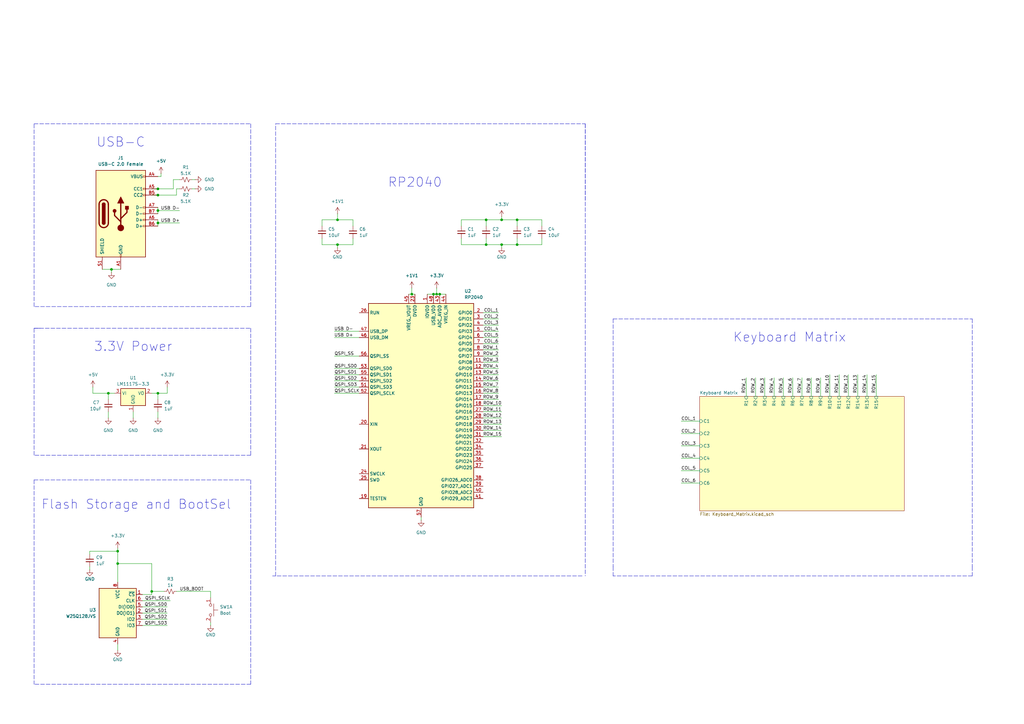
<source format=kicad_sch>
(kicad_sch (version 20231120) (generator "eeschema") (generator_version "8.0")
  (paper "A3")
  (lib_symbols
    (symbol "Connector:USB_C_Receptacle_USB2.0_14P" (pin_names (offset 1.016))
      (property "Reference" "J" (at 0 22.225 0))
      (property "Value" "USB_C_Receptacle_USB2.0_14P" (at 0 19.685 0))
      (symbol "USB_C_Receptacle_USB2.0_14P_0_0"
        (rectangle (start -0.254 -17.78) (end 0.254 -16.764))
        (rectangle (start 10.16 -4.826) (end 9.144 -5.334))
        (rectangle (start 10.16 -2.286) (end 9.144 -2.794))
        (rectangle (start 10.16 0.254) (end 9.144 -0.254))
        (rectangle (start 10.16 2.794) (end 9.144 2.286))
        (rectangle (start 10.16 7.874) (end 9.144 7.366))
        (rectangle (start 10.16 10.414) (end 9.144 9.906))
        (rectangle (start 10.16 15.494) (end 9.144 14.986))
      )
      (symbol "USB_C_Receptacle_USB2.0_14P_0_1"
        (rectangle (start -10.16 17.78) (end 10.16 -17.78) (stroke (width 0.254)) (fill (type background)))
        (arc (start -8.89 -3.81) (mid -6.985 -5.7067) (end -5.08 -3.81) (stroke (width 0.508)))
        (arc (start -7.62 -3.81) (mid -6.985 -4.4423) (end -6.35 -3.81) (stroke (width 0.254)))
        (arc (start -7.62 -3.81) (mid -6.985 -4.4423) (end -6.35 -3.81) (stroke (width 0.254)) (fill (type outline)))
        (rectangle (start -7.62 -3.81) (end -6.35 3.81) (stroke (width 0.254)) (fill (type outline)))
        (arc (start -6.35 3.81) (mid -6.985 4.4423) (end -7.62 3.81) (stroke (width 0.254)))
        (arc (start -6.35 3.81) (mid -6.985 4.4423) (end -7.62 3.81) (stroke (width 0.254)) (fill (type outline)))
        (arc (start -5.08 3.81) (mid -6.985 5.7067) (end -8.89 3.81) (stroke (width 0.508)))
        (circle (center -2.54 1.143) (radius 0.635) (stroke (width 0.254)) (fill (type outline)))
        (circle (center 0 -5.842) (radius 1.27) (fill (type outline)))
        (polyline (pts (xy -8.89 -3.81) (xy -8.89 3.81)) (stroke (width 0.508)))
        (polyline (pts (xy -5.08 3.81) (xy -5.08 -3.81)) (stroke (width 0.508)))
        (polyline (pts (xy 0 -5.842) (xy 0 4.318)) (stroke (width 0.508)))
        (polyline (pts (xy 0 -3.302) (xy -2.54 -0.762) (xy -2.54 0.508)) (stroke (width 0.508)))
        (polyline (pts (xy 0 -2.032) (xy 2.54 0.508) (xy 2.54 1.778)) (stroke (width 0.508)))
        (polyline (pts (xy -1.27 4.318) (xy 0 6.858) (xy 1.27 4.318) (xy -1.27 4.318)) (stroke (width 0.254)) (fill (type outline)))
        (rectangle (start 1.905 1.778) (end 3.175 3.048) (stroke (width 0.254)) (fill (type outline)))
      )
      (symbol "USB_C_Receptacle_USB2.0_14P_1_1"
        (pin passive line (at 0 -22.86 90) (length 5.08) (name "GND") (number "A1"))
        (pin passive line (at 0 -22.86 90) (length 5.08) hide (name "GND") (number "A12"))
        (pin passive line (at 15.24 15.24 180) (length 5.08) (name "VBUS") (number "A4"))
        (pin bidirectional line (at 15.24 10.16 180) (length 5.08) (name "CC1") (number "A5"))
        (pin bidirectional line (at 15.24 -2.54 180) (length 5.08) (name "D+") (number "A6"))
        (pin bidirectional line (at 15.24 2.54 180) (length 5.08) (name "D-") (number "A7"))
        (pin passive line (at 15.24 15.24 180) (length 5.08) hide (name "VBUS") (number "A9"))
        (pin passive line (at 0 -22.86 90) (length 5.08) hide (name "GND") (number "B1"))
        (pin passive line (at 0 -22.86 90) (length 5.08) hide (name "GND") (number "B12"))
        (pin passive line (at 15.24 15.24 180) (length 5.08) hide (name "VBUS") (number "B4"))
        (pin bidirectional line (at 15.24 7.62 180) (length 5.08) (name "CC2") (number "B5"))
        (pin bidirectional line (at 15.24 -5.08 180) (length 5.08) (name "D+") (number "B6"))
        (pin bidirectional line (at 15.24 0 180) (length 5.08) (name "D-") (number "B7"))
        (pin passive line (at 15.24 15.24 180) (length 5.08) hide (name "VBUS") (number "B9"))
        (pin passive line (at -7.62 -22.86 90) (length 5.08) (name "SHIELD") (number "S1"))
      )
    )
    (symbol "Device:C_Small" (pin_numbers hide) (pin_names (offset 0.254) hide)
      (property "Reference" "C" (at 0.254 1.778 0))
      (property "Value" "C_Small" (at 0.254 -2.032 0))
      (symbol "C_Small_0_1"
        (polyline (pts (xy -1.524 -0.508) (xy 1.524 -0.508)) (stroke (width 0.3302)))
        (polyline (pts (xy -1.524 0.508) (xy 1.524 0.508)) (stroke (width 0.3048)))
      )
      (symbol "C_Small_1_1"
        (pin passive line (at 0 2.54 270) (length 2.032) (name "~") (number "1"))
        (pin passive line (at 0 -2.54 90) (length 2.032) (name "~") (number "2"))
      )
    )
    (symbol "Device:R_Small_US" (pin_numbers hide) (pin_names (offset 0.254) hide)
      (property "Reference" "R" (at 0.762 0.508 0))
      (property "Value" "R_Small_US" (at 0.762 -1.016 0))
      (symbol "R_Small_US_1_1"
        (polyline (pts (xy 0 0) (xy 1.016 -0.381) (xy 0 -0.762) (xy -1.016 -1.143) (xy 0 -1.524)))
        (polyline (pts (xy 0 1.524) (xy 1.016 1.143) (xy 0 0.762) (xy -1.016 0.381) (xy 0 0)))
        (pin passive line (at 0 2.54 270) (length 1.016) (name "~") (number "1"))
        (pin passive line (at 0 -2.54 90) (length 1.016) (name "~") (number "2"))
      )
    )
    (symbol "MCU_RaspberryPi:RP2040"
      (property "Reference" "U" (at 17.78 45.72 0))
      (property "Value" "RP2040" (at 17.78 43.18 0))
      (symbol "RP2040_0_1"
        (rectangle (start -21.59 41.91) (end 21.59 -41.91) (stroke (width 0.254)) (fill (type background)))
      )
      (symbol "RP2040_1_1"
        (pin power_in line (at 2.54 45.72 270) (length 3.81) (name "IOVDD") (number "1"))
        (pin passive line (at 2.54 45.72 270) (length 3.81) hide (name "IOVDD") (number "10"))
        (pin bidirectional line (at 25.4 17.78 180) (length 3.81) (name "GPIO8") (number "11"))
        (pin bidirectional line (at 25.4 15.24 180) (length 3.81) (name "GPIO9") (number "12"))
        (pin bidirectional line (at 25.4 12.7 180) (length 3.81) (name "GPIO10") (number "13"))
        (pin bidirectional line (at 25.4 10.16 180) (length 3.81) (name "GPIO11") (number "14"))
        (pin bidirectional line (at 25.4 7.62 180) (length 3.81) (name "GPIO12") (number "15"))
        (pin bidirectional line (at 25.4 5.08 180) (length 3.81) (name "GPIO13") (number "16"))
        (pin bidirectional line (at 25.4 2.54 180) (length 3.81) (name "GPIO14") (number "17"))
        (pin bidirectional line (at 25.4 0 180) (length 3.81) (name "GPIO15") (number "18"))
        (pin input line (at -25.4 -38.1 0) (length 3.81) (name "TESTEN") (number "19"))
        (pin bidirectional line (at 25.4 38.1 180) (length 3.81) (name "GPIO0") (number "2"))
        (pin input line (at -25.4 -7.62 0) (length 3.81) (name "XIN") (number "20"))
        (pin passive line (at -25.4 -17.78 0) (length 3.81) (name "XOUT") (number "21"))
        (pin passive line (at 2.54 45.72 270) (length 3.81) hide (name "IOVDD") (number "22"))
        (pin power_in line (at -2.54 45.72 270) (length 3.81) (name "DVDD") (number "23"))
        (pin input line (at -25.4 -27.94 0) (length 3.81) (name "SWCLK") (number "24"))
        (pin bidirectional line (at -25.4 -30.48 0) (length 3.81) (name "SWD") (number "25"))
        (pin input line (at -25.4 38.1 0) (length 3.81) (name "RUN") (number "26"))
        (pin bidirectional line (at 25.4 -2.54 180) (length 3.81) (name "GPIO16") (number "27"))
        (pin bidirectional line (at 25.4 -5.08 180) (length 3.81) (name "GPIO17") (number "28"))
        (pin bidirectional line (at 25.4 -7.62 180) (length 3.81) (name "GPIO18") (number "29"))
        (pin bidirectional line (at 25.4 35.56 180) (length 3.81) (name "GPIO1") (number "3"))
        (pin bidirectional line (at 25.4 -10.16 180) (length 3.81) (name "GPIO19") (number "30"))
        (pin bidirectional line (at 25.4 -12.7 180) (length 3.81) (name "GPIO20") (number "31"))
        (pin bidirectional line (at 25.4 -15.24 180) (length 3.81) (name "GPIO21") (number "32"))
        (pin passive line (at 2.54 45.72 270) (length 3.81) hide (name "IOVDD") (number "33"))
        (pin bidirectional line (at 25.4 -17.78 180) (length 3.81) (name "GPIO22") (number "34"))
        (pin bidirectional line (at 25.4 -20.32 180) (length 3.81) (name "GPIO23") (number "35"))
        (pin bidirectional line (at 25.4 -22.86 180) (length 3.81) (name "GPIO24") (number "36"))
        (pin bidirectional line (at 25.4 -25.4 180) (length 3.81) (name "GPIO25") (number "37"))
        (pin bidirectional line (at 25.4 -30.48 180) (length 3.81) (name "GPIO26_ADC0") (number "38"))
        (pin bidirectional line (at 25.4 -33.02 180) (length 3.81) (name "GPIO27_ADC1") (number "39"))
        (pin bidirectional line (at 25.4 33.02 180) (length 3.81) (name "GPIO2") (number "4"))
        (pin bidirectional line (at 25.4 -35.56 180) (length 3.81) (name "GPIO28_ADC2") (number "40"))
        (pin bidirectional line (at 25.4 -38.1 180) (length 3.81) (name "GPIO29_ADC3") (number "41"))
        (pin passive line (at 2.54 45.72 270) (length 3.81) hide (name "IOVDD") (number "42"))
        (pin power_in line (at 7.62 45.72 270) (length 3.81) (name "ADC_AVDD") (number "43"))
        (pin power_in line (at 10.16 45.72 270) (length 3.81) (name "VREG_IN") (number "44"))
        (pin power_out line (at -5.08 45.72 270) (length 3.81) (name "VREG_VOUT") (number "45"))
        (pin bidirectional line (at -25.4 27.94 0) (length 3.81) (name "USB_DM") (number "46"))
        (pin bidirectional line (at -25.4 30.48 0) (length 3.81) (name "USB_DP") (number "47"))
        (pin power_in line (at 5.08 45.72 270) (length 3.81) (name "USB_VDD") (number "48"))
        (pin passive line (at 2.54 45.72 270) (length 3.81) hide (name "IOVDD") (number "49"))
        (pin bidirectional line (at 25.4 30.48 180) (length 3.81) (name "GPIO3") (number "5"))
        (pin passive line (at -2.54 45.72 270) (length 3.81) hide (name "DVDD") (number "50"))
        (pin bidirectional line (at -25.4 7.62 0) (length 3.81) (name "QSPI_SD3") (number "51"))
        (pin output line (at -25.4 5.08 0) (length 3.81) (name "QSPI_SCLK") (number "52"))
        (pin bidirectional line (at -25.4 15.24 0) (length 3.81) (name "QSPI_SD0") (number "53"))
        (pin bidirectional line (at -25.4 10.16 0) (length 3.81) (name "QSPI_SD2") (number "54"))
        (pin bidirectional line (at -25.4 12.7 0) (length 3.81) (name "QSPI_SD1") (number "55"))
        (pin bidirectional line (at -25.4 20.32 0) (length 3.81) (name "QSPI_SS") (number "56"))
        (pin power_in line (at 0 -45.72 90) (length 3.81) (name "GND") (number "57"))
        (pin bidirectional line (at 25.4 27.94 180) (length 3.81) (name "GPIO4") (number "6"))
        (pin bidirectional line (at 25.4 25.4 180) (length 3.81) (name "GPIO5") (number "7"))
        (pin bidirectional line (at 25.4 22.86 180) (length 3.81) (name "GPIO6") (number "8"))
        (pin bidirectional line (at 25.4 20.32 180) (length 3.81) (name "GPIO7") (number "9"))
      )
    )
    (symbol "Memory_Flash:W25Q128JVS"
      (property "Reference" "U" (at -8.89 8.89 0))
      (property "Value" "W25Q128JVS" (at 7.62 8.89 0))
      (symbol "W25Q128JVS_0_1"
        (rectangle (start -7.62 10.16) (end 7.62 -10.16) (stroke (width 0.254)) (fill (type background)))
      )
      (symbol "W25Q128JVS_1_1"
        (pin input line (at -10.16 7.62 0) (length 2.54) (name "~{CS}") (number "1"))
        (pin bidirectional line (at -10.16 0 0) (length 2.54) (name "DO(IO1)") (number "2"))
        (pin bidirectional line (at -10.16 -2.54 0) (length 2.54) (name "IO2") (number "3"))
        (pin power_in line (at 0 -12.7 90) (length 2.54) (name "GND") (number "4"))
        (pin bidirectional line (at -10.16 2.54 0) (length 2.54) (name "DI(IO0)") (number "5"))
        (pin input line (at -10.16 5.08 0) (length 2.54) (name "CLK") (number "6"))
        (pin bidirectional line (at -10.16 -5.08 0) (length 2.54) (name "IO3") (number "7"))
        (pin power_in line (at 0 12.7 270) (length 2.54) (name "VCC") (number "8"))
      )
    )
    (symbol "Regulator_Linear:LM1117S-3.3"
      (property "Reference" "U" (at -3.81 3.175 0))
      (property "Value" "LM1117S-3.3" (at 0 3.175 0))
      (symbol "LM1117S-3.3_0_1"
        (rectangle (start -5.08 -5.08) (end 5.08 1.905) (stroke (width 0.254)) (fill (type background)))
      )
      (symbol "LM1117S-3.3_1_1"
        (pin power_in line (at 0 -7.62 90) (length 2.54) (name "GND") (number "1"))
        (pin power_out line (at 7.62 0 180) (length 2.54) (name "VO") (number "2"))
        (pin power_in line (at -7.62 0 0) (length 2.54) (name "VI") (number "3"))
      )
    )
    (symbol "Switch:SW_Push_Dual_x2" (pin_names (offset 1.016) hide)
      (property "Reference" "SW" (at 1.27 2.54 0))
      (property "Value" "SW_Push_Dual_x2" (at 0 -1.524 0))
      (symbol "SW_Push_Dual_x2_0_1"
        (circle (center -2.032 0) (radius 0.508))
        (polyline (pts (xy 0 1.27) (xy 0 3.048)))
        (polyline (pts (xy 2.54 1.27) (xy -2.54 1.27)))
        (circle (center 2.032 0) (radius 0.508))
      )
      (symbol "SW_Push_Dual_x2_1_1"
        (pin passive line (at -5.08 0 0) (length 2.54) (name "C") (number "1"))
        (pin passive line (at 5.08 0 180) (length 2.54) (name "D") (number "2"))
      )
      (symbol "SW_Push_Dual_x2_2_1"
        (pin passive line (at -5.08 0 0) (length 2.54) (name "C") (number "3"))
        (pin passive line (at 5.08 0 180) (length 2.54) (name "D") (number "4"))
      )
    )
    (symbol "power:+1V1" (power) (pin_numbers hide) (pin_names (offset 0) hide)
      (property "Value" "+1V1" (at 0 3.556 0))
      (symbol "+1V1_0_1"
        (polyline (pts (xy -0.762 1.27) (xy 0 2.54)))
        (polyline (pts (xy 0 0) (xy 0 2.54)))
        (polyline (pts (xy 0 2.54) (xy 0.762 1.27)))
      )
      (symbol "+1V1_1_1"
        (pin power_in line (at 0 0 90) (length 0) (name "~") (number "1"))
      )
    )
    (symbol "power:+3.3V" (power) (pin_numbers hide) (pin_names (offset 0) hide)
      (property "Value" "+3.3V" (at 0 3.556 0))
      (symbol "+3.3V_0_1"
        (polyline (pts (xy -0.762 1.27) (xy 0 2.54)))
        (polyline (pts (xy 0 0) (xy 0 2.54)))
        (polyline (pts (xy 0 2.54) (xy 0.762 1.27)))
      )
      (symbol "+3.3V_1_1"
        (pin power_in line (at 0 0 90) (length 0) (name "~") (number "1"))
      )
    )
    (symbol "power:+5V" (power) (pin_numbers hide) (pin_names (offset 0) hide)
      (property "Value" "+5V" (at 0 3.556 0))
      (symbol "+5V_0_1"
        (polyline (pts (xy -0.762 1.27) (xy 0 2.54)))
        (polyline (pts (xy 0 0) (xy 0 2.54)))
        (polyline (pts (xy 0 2.54) (xy 0.762 1.27)))
      )
      (symbol "+5V_1_1"
        (pin power_in line (at 0 0 90) (length 0) (name "~") (number "1"))
      )
    )
    (symbol "power:GND" (power) (pin_numbers hide) (pin_names (offset 0) hide)
      (property "Value" "GND" (at 0 -3.81 0))
      (symbol "GND_0_1"
        (polyline (pts (xy 0 0) (xy 0 -1.27) (xy 1.27 -1.27) (xy 0 -2.54) (xy -1.27 -1.27) (xy 0 -1.27)))
      )
      (symbol "GND_1_1"
        (pin power_in line (at 0 0 270) (length 0) (name "~") (number "1"))
      )
    )
  )
  (junction (at 177.8 120.65))
  (junction (at 64.77 77.47))
  (junction (at 44.45 161.29))
  (junction (at 199.39 100.33))
  (junction (at 168.91 120.65))
  (junction (at 212.09 90.17))
  (junction (at 45.72 110.49))
  (junction (at 199.39 90.17))
  (junction (at 179.07 120.65))
  (junction (at 138.43 90.17))
  (junction (at 64.77 161.29))
  (junction (at 62.23 242.57))
  (junction (at 64.77 91.44))
  (junction (at 205.74 100.33))
  (junction (at 64.77 86.36))
  (junction (at 48.26 231.14))
  (junction (at 138.43 100.33))
  (junction (at 48.26 226.06))
  (junction (at 212.09 100.33))
  (junction (at 180.34 120.65))
  (junction (at 205.74 90.17))
  (junction (at 64.77 80.01))
  (wire (pts (xy 168.91 118.11) (xy 168.91 120.65)))
  (wire (pts (xy 279.4 177.8) (xy 287.02 177.8)))
  (wire (pts (xy 340.36 153.67) (xy 340.36 162.56)))
  (wire (pts (xy 180.34 120.65) (xy 182.88 120.65)))
  (wire (pts (xy 138.43 101.6) (xy 138.43 100.33)))
  (polyline (pts (xy 13.97 186.69) (xy 13.97 134.62)) (stroke (width 0) (type dash)))
  (wire (pts (xy 198.12 166.37) (xy 205.74 166.37)))
  (wire (pts (xy 44.45 168.91) (xy 44.45 171.45)))
  (wire (pts (xy 78.74 73.66) (xy 80.01 73.66)))
  (wire (pts (xy 48.26 231.14) (xy 62.23 231.14)))
  (wire (pts (xy 204.47 135.89) (xy 198.12 135.89)))
  (polyline (pts (xy 113.03 50.8) (xy 240.03 50.8)) (stroke (width 0) (type dash)))
  (wire (pts (xy 199.39 90.17) (xy 199.39 92.71)))
  (polyline (pts (xy 13.97 50.8) (xy 102.87 50.8)) (stroke (width 0) (type dash)))
  (wire (pts (xy 212.09 90.17) (xy 222.25 90.17)))
  (wire (pts (xy 309.88 154.94) (xy 309.88 162.56)))
  (wire (pts (xy 137.16 146.05) (xy 147.32 146.05)))
  (wire (pts (xy 66.04 71.12) (xy 66.04 72.39)))
  (wire (pts (xy 64.77 86.36) (xy 64.77 87.63)))
  (wire (pts (xy 144.78 97.79) (xy 144.78 100.33)))
  (wire (pts (xy 138.43 100.33) (xy 144.78 100.33)))
  (wire (pts (xy 306.07 154.94) (xy 306.07 162.56)))
  (wire (pts (xy 204.47 158.75) (xy 198.12 158.75)))
  (wire (pts (xy 66.04 72.39) (xy 64.77 72.39)))
  (wire (pts (xy 68.58 254) (xy 58.42 254)))
  (wire (pts (xy 64.77 91.44) (xy 64.77 92.71)))
  (wire (pts (xy 332.74 154.94) (xy 332.74 162.56)))
  (wire (pts (xy 62.23 231.14) (xy 62.23 242.57)))
  (wire (pts (xy 222.25 90.17) (xy 222.25 92.71)))
  (wire (pts (xy 205.74 101.6) (xy 205.74 100.33)))
  (wire (pts (xy 198.12 168.91) (xy 205.74 168.91)))
  (wire (pts (xy 54.61 171.45) (xy 54.61 168.91)))
  (wire (pts (xy 175.26 120.65) (xy 177.8 120.65)))
  (polyline (pts (xy 102.87 134.62) (xy 102.87 186.69)) (stroke (width 0) (type dash)))
  (wire (pts (xy 198.12 173.99) (xy 205.74 173.99)))
  (wire (pts (xy 313.69 154.94) (xy 313.69 162.56)))
  (wire (pts (xy 138.43 90.17) (xy 144.78 90.17)))
  (wire (pts (xy 58.42 243.84) (xy 62.23 243.84)))
  (polyline (pts (xy 102.87 50.8) (xy 102.87 125.73)) (stroke (width 0) (type dash)))
  (wire (pts (xy 279.4 198.12) (xy 287.02 198.12)))
  (wire (pts (xy 144.78 92.71) (xy 144.78 90.17)))
  (wire (pts (xy 69.85 246.38) (xy 58.42 246.38)))
  (wire (pts (xy 38.1 161.29) (xy 44.45 161.29)))
  (wire (pts (xy 64.77 91.44) (xy 73.66 91.44)))
  (wire (pts (xy 45.72 110.49) (xy 49.53 110.49)))
  (polyline (pts (xy 13.97 125.73) (xy 13.97 50.8)) (stroke (width 0) (type dash)))
  (wire (pts (xy 68.58 158.75) (xy 68.58 161.29)))
  (wire (pts (xy 137.16 153.67) (xy 147.32 153.67)))
  (wire (pts (xy 279.4 187.96) (xy 287.02 187.96)))
  (wire (pts (xy 279.4 193.04) (xy 287.02 193.04)))
  (polyline (pts (xy 102.87 196.85) (xy 102.87 280.67)) (stroke (width 0) (type dash)))
  (wire (pts (xy 68.58 251.46) (xy 58.42 251.46)))
  (wire (pts (xy 172.72 212.09) (xy 172.72 213.36)))
  (wire (pts (xy 204.47 128.27) (xy 198.12 128.27)))
  (wire (pts (xy 205.74 100.33) (xy 212.09 100.33)))
  (wire (pts (xy 138.43 87.63) (xy 138.43 90.17)))
  (wire (pts (xy 48.26 231.14) (xy 48.26 238.76)))
  (wire (pts (xy 222.25 100.33) (xy 222.25 97.79)))
  (wire (pts (xy 336.55 154.94) (xy 336.55 162.56)))
  (wire (pts (xy 204.47 138.43) (xy 198.12 138.43)))
  (polyline (pts (xy 240.03 50.8) (xy 240.03 236.22)) (stroke (width 0) (type dash)))
  (wire (pts (xy 198.12 176.53) (xy 205.74 176.53)))
  (polyline (pts (xy 240.03 50.8) (xy 240.03 82.55)) (stroke (width 0) (type dash)))
  (wire (pts (xy 204.47 148.59) (xy 198.12 148.59)))
  (wire (pts (xy 86.36 255.27) (xy 86.36 256.54)))
  (wire (pts (xy 177.8 120.65) (xy 179.07 120.65)))
  (polyline (pts (xy 13.97 134.62) (xy 16.51 134.62)))
  (wire (pts (xy 132.08 90.17) (xy 138.43 90.17)))
  (wire (pts (xy 48.26 264.16) (xy 48.26 266.7)))
  (wire (pts (xy 199.39 90.17) (xy 205.74 90.17)))
  (wire (pts (xy 137.16 135.89) (xy 147.32 135.89)))
  (wire (pts (xy 132.08 90.17) (xy 132.08 92.71)))
  (wire (pts (xy 204.47 146.05) (xy 198.12 146.05)))
  (wire (pts (xy 317.5 154.94) (xy 317.5 162.56)))
  (wire (pts (xy 137.16 156.21) (xy 147.32 156.21)))
  (wire (pts (xy 344.17 153.67) (xy 344.17 162.56)))
  (wire (pts (xy 78.74 77.47) (xy 80.01 77.47)))
  (wire (pts (xy 68.58 161.29) (xy 64.77 161.29)))
  (wire (pts (xy 212.09 90.17) (xy 212.09 92.71)))
  (wire (pts (xy 204.47 130.81) (xy 198.12 130.81)))
  (wire (pts (xy 179.07 120.65) (xy 180.34 120.65)))
  (wire (pts (xy 86.36 242.57) (xy 86.36 245.11)))
  (wire (pts (xy 198.12 171.45) (xy 205.74 171.45)))
  (wire (pts (xy 64.77 85.09) (xy 64.77 86.36)))
  (wire (pts (xy 189.23 90.17) (xy 189.23 92.71)))
  (wire (pts (xy 71.12 77.47) (xy 64.77 77.47)))
  (wire (pts (xy 132.08 100.33) (xy 138.43 100.33)))
  (wire (pts (xy 72.39 77.47) (xy 72.39 80.01)))
  (wire (pts (xy 137.16 158.75) (xy 147.32 158.75)))
  (wire (pts (xy 72.39 77.47) (xy 73.66 77.47)))
  (polyline (pts (xy 13.97 196.85) (xy 13.97 280.67)) (stroke (width 0) (type dash)))
  (wire (pts (xy 44.45 161.29) (xy 46.99 161.29)))
  (wire (pts (xy 64.77 90.17) (xy 64.77 91.44)))
  (wire (pts (xy 189.23 100.33) (xy 189.23 97.79)))
  (wire (pts (xy 137.16 161.29) (xy 147.32 161.29)))
  (wire (pts (xy 199.39 97.79) (xy 199.39 100.33)))
  (wire (pts (xy 38.1 158.75) (xy 38.1 161.29)))
  (wire (pts (xy 199.39 100.33) (xy 205.74 100.33)))
  (wire (pts (xy 279.4 182.88) (xy 287.02 182.88)))
  (polyline (pts (xy 251.46 130.81) (xy 251.46 232.41)) (stroke (width 0) (type dash)))
  (wire (pts (xy 189.23 90.17) (xy 199.39 90.17)))
  (wire (pts (xy 198.12 179.07) (xy 205.74 179.07)))
  (wire (pts (xy 137.16 151.13) (xy 147.32 151.13)))
  (wire (pts (xy 68.58 248.92) (xy 58.42 248.92)))
  (polyline (pts (xy 102.87 125.73) (xy 13.97 125.73)) (stroke (width 0) (type dash)))
  (wire (pts (xy 212.09 97.79) (xy 212.09 100.33)))
  (wire (pts (xy 36.83 232.41) (xy 36.83 233.68)))
  (wire (pts (xy 64.77 161.29) (xy 64.77 163.83)))
  (wire (pts (xy 321.31 154.94) (xy 321.31 162.56)))
  (wire (pts (xy 86.36 242.57) (xy 72.39 242.57)))
  (wire (pts (xy 204.47 161.29) (xy 198.12 161.29)))
  (wire (pts (xy 204.47 163.83) (xy 198.12 163.83)))
  (wire (pts (xy 45.72 110.49) (xy 45.72 111.76)))
  (polyline (pts (xy 113.03 236.22) (xy 113.03 50.8)) (stroke (width 0) (type dash)))
  (wire (pts (xy 168.91 120.65) (xy 170.18 120.65)))
  (wire (pts (xy 36.83 226.06) (xy 48.26 226.06)))
  (wire (pts (xy 36.83 226.06) (xy 36.83 227.33)))
  (wire (pts (xy 132.08 100.33) (xy 132.08 97.79)))
  (polyline (pts (xy 238.76 236.22) (xy 111.76 236.22)) (stroke (width 0) (type dash)))
  (wire (pts (xy 44.45 161.29) (xy 44.45 163.83)))
  (wire (pts (xy 68.58 256.54) (xy 58.42 256.54)))
  (polyline (pts (xy 102.87 280.67) (xy 13.97 280.67)) (stroke (width 0) (type dash)))
  (wire (pts (xy 41.91 110.49) (xy 45.72 110.49)))
  (wire (pts (xy 71.12 73.66) (xy 73.66 73.66)))
  (polyline (pts (xy 251.46 232.41) (xy 251.46 236.22)) (stroke (width 0) (type dash)))
  (wire (pts (xy 325.12 154.94) (xy 325.12 162.56)))
  (wire (pts (xy 212.09 100.33) (xy 222.25 100.33)))
  (wire (pts (xy 62.23 242.57) (xy 67.31 242.57)))
  (polyline (pts (xy 251.46 130.81) (xy 398.78 130.81)) (stroke (width 0) (type dash)))
  (wire (pts (xy 167.64 120.65) (xy 168.91 120.65)))
  (wire (pts (xy 347.98 153.67) (xy 347.98 162.56)))
  (wire (pts (xy 204.47 133.35) (xy 198.12 133.35)))
  (wire (pts (xy 204.47 153.67) (xy 198.12 153.67)))
  (wire (pts (xy 62.23 161.29) (xy 64.77 161.29)))
  (wire (pts (xy 62.23 77.47) (xy 64.77 77.47)))
  (polyline (pts (xy 398.78 130.81) (xy 398.78 232.41)) (stroke (width 0) (type dash)))
  (wire (pts (xy 179.07 118.11) (xy 179.07 120.65)))
  (wire (pts (xy 71.12 73.66) (xy 71.12 77.47)))
  (polyline (pts (xy 398.78 232.41) (xy 398.78 236.22)) (stroke (width 0) (type dash)))
  (wire (pts (xy 62.23 80.01) (xy 64.77 80.01)))
  (wire (pts (xy 279.4 172.72) (xy 287.02 172.72)))
  (wire (pts (xy 137.16 138.43) (xy 147.32 138.43)))
  (wire (pts (xy 204.47 151.13) (xy 198.12 151.13)))
  (wire (pts (xy 72.39 80.01) (xy 64.77 80.01)))
  (polyline (pts (xy 102.87 186.69) (xy 13.97 186.69)) (stroke (width 0) (type dash)))
  (wire (pts (xy 64.77 168.91) (xy 64.77 171.45)))
  (wire (pts (xy 205.74 90.17) (xy 212.09 90.17)))
  (wire (pts (xy 189.23 100.33) (xy 199.39 100.33)))
  (polyline (pts (xy 13.97 134.62) (xy 102.87 134.62)) (stroke (width 0) (type dash)))
  (wire (pts (xy 204.47 143.51) (xy 198.12 143.51)))
  (polyline (pts (xy 13.97 196.85) (xy 102.87 196.85)) (stroke (width 0) (type dash)))
  (wire (pts (xy 204.47 156.21) (xy 198.12 156.21)))
  (wire (pts (xy 64.77 86.36) (xy 73.66 86.36)))
  (wire (pts (xy 48.26 226.06) (xy 48.26 231.14)))
  (wire (pts (xy 48.26 224.79) (xy 48.26 226.06)))
  (polyline (pts (xy 398.78 236.22) (xy 251.46 236.22)) (stroke (width 0) (type dash)))
  (wire (pts (xy 328.93 154.94) (xy 328.93 162.56)))
  (wire (pts (xy 62.23 242.57) (xy 62.23 243.84)))
  (wire (pts (xy 359.41 153.67) (xy 359.41 162.56)))
  (wire (pts (xy 351.79 153.67) (xy 351.79 162.56)))
  (wire (pts (xy 204.47 140.97) (xy 198.12 140.97)))
  (wire (pts (xy 355.6 153.67) (xy 355.6 162.56)))
  (wire (pts (xy 205.74 90.17) (xy 205.74 88.9)))
  (text "3.3V Power" (at 54.61 142.24 0) (effects (font (size 3.81 3.81))))
  (text "RP2040" (at 170.18 74.93 0) (effects (font (size 3.81 3.81))))
  (text "Flash Storage and BootSel" (at 55.88 207.01 0) (effects (font (size 3.81 3.81))))
  (text "USB-C" (at 49.53 58.42 0) (effects (font (size 3.81 3.81))))
  (text "Keyboard Matrix" (at 323.85 138.43 0) (effects (font (size 3.81 3.81))))
  (label "ROW_10" (at 205.74 166.37 180))
  (label "ROW_5" (at 204.47 153.67 180))
  (label "COL_6" (at 279.4 198.12 0))
  (label "QSPI_SD1" (at 137.16 153.67 0))
  (label "ROW_8" (at 204.47 161.29 180))
  (label "USB D+" (at 140.97 138.43 0))
  (label "ROW_11" (at 205.74 168.91 180))
  (label "ROW_10" (at 340.36 153.67 270))
  (label "ROW_3" (at 313.69 154.94 270))
  (label "ROW_14" (at 355.6 153.67 270))
  (label "ROW_2" (at 309.88 154.94 270))
  (label "USB D-" (at 69.85 86.36 0))
  (label "QSPI_SCLK" (at 69.85 246.38 180))
  (label "QSPI_SD0" (at 68.58 248.92 180))
  (label "QSPI_SD3" (at 137.16 158.75 0))
  (label "COL_1" (at 279.4 172.72 0))
  (label "ROW_2" (at 204.47 146.05 180))
  (label "COL_6" (at 204.47 140.97 180))
  (label "COL_1" (at 204.47 128.27 180))
  (label "QSPI_SD2" (at 68.58 254 180))
  (label "USB_BOOT" (at 73.66 242.57 0))
  (label "COL_4" (at 279.4 187.96 0))
  (label "ROW_15" (at 359.41 153.67 270))
  (label "ROW_3" (at 204.47 148.59 180))
  (label "ROW_6" (at 325.12 154.94 270))
  (label "ROW_9" (at 204.47 163.83 180))
  (label "ROW_1" (at 204.47 143.51 180))
  (label "USB D-" (at 140.97 135.89 0))
  (label "ROW_4" (at 317.5 154.94 270))
  (label "ROW_13" (at 351.79 153.67 270))
  (label "QSPI_SS" (at 137.16 146.05 0))
  (label "ROW_1" (at 306.07 154.94 270))
  (label "COL_2" (at 279.4 177.8 0))
  (label "ROW_13" (at 205.74 173.99 180))
  (label "ROW_12" (at 347.98 153.67 270))
  (label "QSPI_SCLK" (at 137.16 161.29 0))
  (label "QSPI_SD0" (at 137.16 151.13 0))
  (label "ROW_7" (at 204.47 158.75 180))
  (label "ROW_14" (at 205.74 176.53 180))
  (label "QSPI_SD2" (at 137.16 156.21 0))
  (label "COL_3" (at 204.47 133.35 180))
  (label "COL_4" (at 204.47 135.89 180))
  (label "QSPI_SD1" (at 68.58 251.46 180))
  (label "QSPI_SD3" (at 68.58 256.54 180))
  (label "ROW_6" (at 204.47 156.21 180))
  (label "ROW_5" (at 321.31 154.94 270))
  (label "ROW_4" (at 204.47 151.13 180))
  (label "ROW_7" (at 328.93 154.94 270))
  (label "ROW_8" (at 332.74 154.94 270))
  (label "ROW_15" (at 205.74 179.07 180))
  (label "COL_2" (at 204.47 130.81 180))
  (label "ROW_9" (at 336.55 154.94 270))
  (label "USB D+" (at 69.85 91.44 0))
  (label "COL_5" (at 279.4 193.04 0))
  (label "COL_3" (at 279.4 182.88 0))
  (label "COL_5" (at 204.47 138.43 180))
  (label "ROW_12" (at 205.74 171.45 180))
  (label "ROW_11" (at 344.17 153.67 270))
  (symbol (lib_id "Regulator_Linear:LM1117S-3.3") (at 54.61 161.29 0) (unit 1)
    (property "Reference" "U1" (at 54.61 154.94 0))
    (property "Value" "LM1117S-3.3" (at 54.61 157.48 0))
    (property "Footprint" "Package_TO_SOT_SMD:TO-263-3_TabPin2" (effects (hide yes)))
    (property "Datasheet" "http://www.ti.com/lit/ds/symlink/lm1117.pdf" (effects (hide yes)))
    (property "Description" "800mA Low-Dropout Linear Regulator, 3.3V fixed output, TO-263" (effects (hide yes)))
  )
  (symbol (lib_id "power:GND") (at 205.74 101.6 0) (unit 1)
    (property "Reference" "#PWR07" (effects (hide yes)))
    (property "Value" "GND" (at 205.74 105.41 0))
    (property "Description" "Power symbol creates a global label with name \"GND\" , ground" (effects (hide yes)))
  )
  (symbol (lib_id "power:+5V") (at 38.1 158.75 0) (unit 1)
    (property "Reference" "#PWR09" (effects (hide yes)))
    (property "Value" "+5V" (at 38.1 153.67 0))
    (property "Description" "Power symbol creates a global label with name \"+5V\"" (effects (hide yes)))
  )
  (symbol (lib_id "power:GND") (at 36.83 233.68 0) (unit 1)
    (property "Reference" "#PWR017" (effects (hide yes)))
    (property "Value" "GND" (at 36.83 237.49 0))
    (property "Description" "Power symbol creates a global label with name \"GND\" , ground" (effects (hide yes)))
  )
  (symbol (lib_id "power:+3.3V") (at 179.07 118.11 0) (unit 1)
    (property "Reference" "#PWR012" (effects (hide yes)))
    (property "Value" "+3.3V" (at 179.07 113.03 0))
    (property "Description" "Power symbol creates a global label with name \"+3.3V\"" (effects (hide yes)))
  )
  (symbol (lib_id "Connector:USB_C_Receptacle_USB2.0_14P") (at 49.53 87.63 0) (unit 1)
    (property "Reference" "J1" (at 49.53 64.77 0))
    (property "Value" "USB-C 2.0 Female" (at 49.53 67.31 0))
    (property "Datasheet" "https://www.usb.org/sites/default/files/documents/usb_type-c.zip" (effects (hide yes)))
    (property "Description" "USB 2.0-only 14P Type-C Receptacle connector" (effects (hide yes)))
  )
  (symbol (lib_id "Device:R_Small_US") (at 76.2 77.47 90) (unit 1)
    (property "Reference" "R2" (at 76.2 80.01 90))
    (property "Value" "5.1K" (at 76.2 82.55 90))
    (property "Description" "Resistor, small US symbol" (effects (hide yes)))
  )
  (symbol (lib_id "power:GND") (at 80.01 73.66 90) (unit 1)
    (property "Reference" "#PWR02" (effects (hide yes)))
    (property "Value" "GND" (at 83.82 73.6599 90) (effects (justify right)))
    (property "Description" "Power symbol creates a global label with name \"GND\" , ground" (effects (hide yes)))
  )
  (symbol (lib_id "Device:C_Small") (at 199.39 95.25 0) (unit 1)
    (property "Reference" "C2" (at 201.93 93.98 0) (effects (justify left)))
    (property "Value" "1uF" (at 201.93 96.52 0) (effects (justify left)))
    (property "Description" "Unpolarized capacitor, small symbol" (effects (hide yes)))
  )
  (symbol (lib_id "Device:C_Small") (at 189.23 95.25 0) (unit 1)
    (property "Reference" "C1" (at 191.77 93.98 0) (effects (justify left)))
    (property "Value" "1uF" (at 191.77 96.52 0) (effects (justify left)))
    (property "Description" "Unpolarized capacitor, small symbol" (effects (hide yes)))
  )
  (symbol (lib_id "Switch:SW_Push_Dual_x2") (at 86.36 250.19 270) (unit 1)
    (property "Reference" "SW1" (at 90.17 248.92 90) (effects (justify left)))
    (property "Value" "Boot" (at 90.17 251.46 90) (effects (justify left)))
    (property "Footprint" "SKQGABE010_ALPS:SKQGABE010_ALPS" (effects (hide yes)))
    (property "Description" "Push button switch, generic, separate symbols, four pins" (effects (hide yes)))
  )
  (symbol (lib_id "power:+3.3V") (at 205.74 88.9 0) (unit 1)
    (property "Reference" "#PWR06" (effects (hide yes)))
    (property "Value" "+3.3V" (at 205.74 83.82 0))
    (property "Description" "Power symbol creates a global label with name \"+3.3V\"" (effects (hide yes)))
  )
  (symbol (lib_id "Device:C_Small") (at 144.78 95.25 0) (unit 1)
    (property "Reference" "C6" (at 147.32 93.98 0) (effects (justify left)))
    (property "Value" "1uF" (at 147.32 96.52 0) (effects (justify left)))
    (property "Description" "Unpolarized capacitor, small symbol" (effects (hide yes)))
  )
  (symbol (lib_id "Device:R_Small_US") (at 76.2 73.66 90) (unit 1)
    (property "Reference" "R1" (at 76.2 68.58 90))
    (property "Value" "5.1K" (at 76.2 71.12 90))
    (property "Description" "Resistor, small US symbol" (effects (hide yes)))
  )
  (symbol (lib_id "power:+1V1") (at 138.43 87.63 0) (unit 1)
    (property "Reference" "#PWR05" (effects (hide yes)))
    (property "Value" "+1V1" (at 138.43 82.55 0))
    (property "Description" "Power symbol creates a global label with name \"+1V1\"" (effects (hide yes)))
  )
  (symbol (lib_id "power:+5V") (at 66.04 71.12 0) (unit 1)
    (property "Reference" "#PWR01" (effects (hide yes)))
    (property "Value" "+5V" (at 66.04 66.04 0))
    (property "Description" "Power symbol creates a global label with name \"+5V\"" (effects (hide yes)))
  )
  (symbol (lib_id "Device:C_Small") (at 222.25 95.25 0) (unit 1)
    (property "Reference" "C4" (at 224.79 93.98 0) (effects (justify left)))
    (property "Value" "10uF" (at 224.79 96.52 0) (effects (justify left)))
    (property "Description" "Unpolarized capacitor, small symbol" (effects (hide yes)))
  )
  (symbol (lib_id "power:GND") (at 172.72 213.36 0) (unit 1)
    (property "Reference" "#PWR018" (effects (hide yes)))
    (property "Value" "GND" (at 172.72 218.44 0))
    (property "Description" "Power symbol creates a global label with name \"GND\" , ground" (effects (hide yes)))
  )
  (symbol (lib_id "power:GND") (at 64.77 171.45 0) (unit 1)
    (property "Reference" "#PWR015" (effects (hide yes)))
    (property "Value" "GND" (at 64.77 176.53 0))
    (property "Description" "Power symbol creates a global label with name \"GND\" , ground" (effects (hide yes)))
  )
  (symbol (lib_id "power:GND") (at 48.26 266.7 0) (unit 1)
    (property "Reference" "#PWR020" (effects (hide yes)))
    (property "Value" "GND" (at 48.26 270.51 0))
    (property "Description" "Power symbol creates a global label with name \"GND\" , ground" (effects (hide yes)))
  )
  (symbol (lib_id "power:GND") (at 45.72 111.76 0) (unit 1)
    (property "Reference" "#PWR04" (effects (hide yes)))
    (property "Value" "GND" (at 45.72 116.84 0))
    (property "Description" "Power symbol creates a global label with name \"GND\" , ground" (effects (hide yes)))
  )
  (symbol (lib_id "Device:C_Small") (at 64.77 166.37 0) (unit 1)
    (property "Reference" "C8" (at 67.31 165.1 0) (effects (justify left)))
    (property "Value" "1uF" (at 67.31 167.64 0) (effects (justify left)))
    (property "Description" "Unpolarized capacitor, small symbol" (effects (hide yes)))
  )
  (symbol (lib_id "Memory_Flash:W25Q128JVS") (at 48.26 251.46 0) (mirror y) (unit 1)
    (property "Reference" "U3" (at 39.37 250.1899 0) (effects (justify left)))
    (property "Value" "W25Q128JVS" (at 39.37 252.7299 0) (effects (justify left)))
    (property "Footprint" "Package_SO:SOIC-8_5.23x5.23mm_P1.27mm" (effects (hide yes)))
    (property "Datasheet" "http://www.winbond.com/resource-files/w25q128jv_dtr%20revc%2003272018%20plus.pdf" (effects (hide yes)))
    (property "Description" "128Mb Serial Flash Memory, Standard/Dual/Quad SPI, SOIC-8" (effects (hide yes)))
  )
  (symbol (lib_id "Device:C_Small") (at 212.09 95.25 0) (unit 1)
    (property "Reference" "C3" (at 214.63 93.98 0) (effects (justify left)))
    (property "Value" "1uF" (at 214.63 96.52 0) (effects (justify left)))
    (property "Description" "Unpolarized capacitor, small symbol" (effects (hide yes)))
  )
  (symbol (lib_id "power:+3.3V") (at 68.58 158.75 0) (unit 1)
    (property "Reference" "#PWR010" (effects (hide yes)))
    (property "Value" "+3.3V" (at 68.58 153.67 0))
    (property "Description" "Power symbol creates a global label with name \"+3.3V\"" (effects (hide yes)))
  )
  (symbol (lib_id "power:+1V1") (at 168.91 118.11 0) (unit 1)
    (property "Reference" "#PWR011" (effects (hide yes)))
    (property "Value" "+1V1" (at 168.91 113.03 0))
    (property "Description" "Power symbol creates a global label with name \"+1V1\"" (effects (hide yes)))
  )
  (symbol (lib_id "power:GND") (at 44.45 171.45 0) (unit 1)
    (property "Reference" "#PWR013" (effects (hide yes)))
    (property "Value" "GND" (at 44.45 176.53 0))
    (property "Description" "Power symbol creates a global label with name \"GND\" , ground" (effects (hide yes)))
  )
  (symbol (lib_id "power:GND") (at 86.36 256.54 0) (unit 1)
    (property "Reference" "#PWR019" (effects (hide yes)))
    (property "Value" "GND" (at 86.36 260.35 0))
    (property "Description" "Power symbol creates a global label with name \"GND\" , ground" (effects (hide yes)))
  )
  (symbol (lib_id "Device:C_Small") (at 44.45 166.37 0) (unit 1)
    (property "Reference" "C7" (at 38.1 165.1 0) (effects (justify left)))
    (property "Value" "10uF" (at 36.83 167.64 0) (effects (justify left)))
    (property "Description" "Unpolarized capacitor, small symbol" (effects (hide yes)))
  )
  (symbol (lib_id "Device:R_Small_US") (at 69.85 242.57 90) (unit 1)
    (property "Reference" "R3" (at 69.85 237.49 90))
    (property "Value" "1k" (at 69.85 240.03 90))
    (property "Description" "Resistor, small US symbol" (effects (hide yes)))
  )
  (symbol (lib_id "power:GND") (at 80.01 77.47 90) (unit 1)
    (property "Reference" "#PWR03" (effects (hide yes)))
    (property "Value" "GND" (at 83.82 77.4699 90) (effects (justify right)))
    (property "Description" "Power symbol creates a global label with name \"GND\" , ground" (effects (hide yes)))
  )
  (symbol (lib_id "MCU_RaspberryPi:RP2040") (at 172.72 166.37 0) (unit 1)
    (property "Reference" "U2" (at 190.5 119.38 0) (effects (justify left)))
    (property "Value" "RP2040" (at 190.5 121.92 0) (effects (justify left)))
    (property "Footprint" "Package_DFN_QFN:QFN-56-1EP_7x7mm_P0.4mm_EP3.2x3.2mm" (effects (hide yes)))
    (property "Datasheet" "https://datasheets.raspberrypi.com/rp2040/rp2040-datasheet.pdf" (effects (hide yes)))
    (property "Description" "A microcontroller by Raspberry Pi" (effects (hide yes)))
  )
  (symbol (lib_id "Device:C_Small") (at 132.08 95.25 0) (unit 1)
    (property "Reference" "C5" (at 134.62 93.98 0) (effects (justify left)))
    (property "Value" "10uF" (at 134.62 96.52 0) (effects (justify left)))
    (property "Description" "Unpolarized capacitor, small symbol" (effects (hide yes)))
  )
  (symbol (lib_id "power:GND") (at 138.43 101.6 0) (unit 1)
    (property "Reference" "#PWR08" (effects (hide yes)))
    (property "Value" "GND" (at 138.43 105.41 0))
    (property "Description" "Power symbol creates a global label with name \"GND\" , ground" (effects (hide yes)))
  )
  (symbol (lib_id "power:+3.3V") (at 48.26 224.79 0) (unit 1)
    (property "Reference" "#PWR016" (effects (hide yes)))
    (property "Value" "+3.3V" (at 48.26 219.71 0))
    (property "Description" "Power symbol creates a global label with name \"+3.3V\"" (effects (hide yes)))
  )
  (symbol (lib_id "Device:C_Small") (at 36.83 229.87 0) (unit 1)
    (property "Reference" "C9" (at 39.37 228.6062 0) (effects (justify left)))
    (property "Value" "1uF" (at 39.37 231.14 0) (effects (justify left)))
    (property "Description" "Unpolarized capacitor, small symbol" (effects (hide yes)))
  )
  (symbol (lib_id "power:GND") (at 54.61 171.45 0) (unit 1)
    (property "Reference" "#PWR014" (effects (hide yes)))
    (property "Value" "GND" (at 54.61 176.53 0))
    (property "Description" "Power symbol creates a global label with name \"GND\" , ground" (effects (hide yes)))
  )
  (sheet (at 287.02 162.56) (size 83.82 46.99) (stroke (width 0.1524)) (fill (color 255 255 194 1.0000))
    (property "Sheetname" "Keyboard Matrix" (at 287.02 161.8484 0) (effects (justify left bottom)))
    (property "Sheetfile" "Keyboard_Matrix.kicad_sch" (at 287.02 210.1346 0) (effects (justify left top)))
    (pin "C4" input (at 287.02 187.96 180))
    (pin "C5" input (at 287.02 193.04 180))
    (pin "C6" input (at 287.02 198.12 180))
    (pin "R15" input (at 359.41 162.56 90))
    (pin "R13" input (at 355.6 162.56 90))
    (pin "R14" input (at 351.79 162.56 90))
    (pin "R11" input (at 344.17 162.56 90))
    (pin "R10" input (at 340.36 162.56 90))
    (pin "R12" input (at 347.98 162.56 90))
    (pin "R9" input (at 336.55 162.56 90))
    (pin "R4" input (at 317.5 162.56 90))
    (pin "R3" input (at 313.69 162.56 90))
    (pin "R5" input (at 321.31 162.56 90))
    (pin "R1" input (at 306.07 162.56 90))
    (pin "R2" input (at 309.88 162.56 90))
    (pin "R6" input (at 325.12 162.56 90))
    (pin "R7" input (at 328.93 162.56 90))
    (pin "R8" input (at 332.74 162.56 90))
    (pin "C3" input (at 287.02 182.88 180))
    (pin "C1" input (at 287.02 172.72 180))
    (pin "C2" input (at 287.02 177.8 180))
  )
)
</source>
